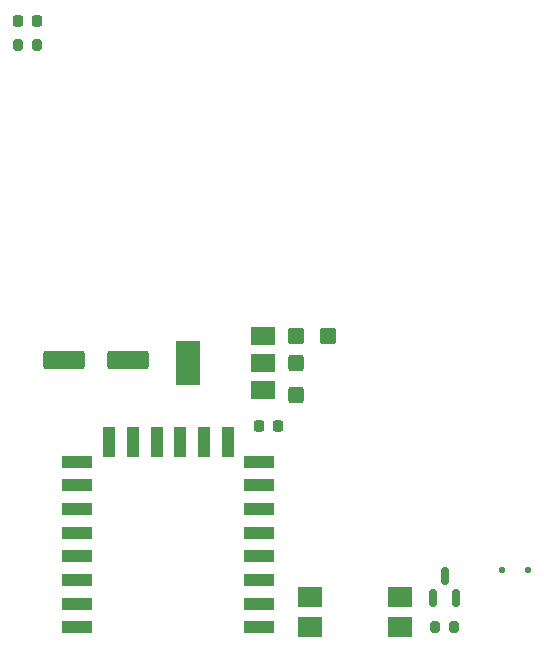
<source format=gtp>
G04 #@! TF.GenerationSoftware,KiCad,Pcbnew,7.0.8*
G04 #@! TF.CreationDate,2024-05-09T14:58:02-03:00*
G04 #@! TF.ProjectId,lamp_module_x1,6c616d70-5f6d-46f6-9475-6c655f78312e,1.1*
G04 #@! TF.SameCoordinates,Original*
G04 #@! TF.FileFunction,Paste,Top*
G04 #@! TF.FilePolarity,Positive*
%FSLAX46Y46*%
G04 Gerber Fmt 4.6, Leading zero omitted, Abs format (unit mm)*
G04 Created by KiCad (PCBNEW 7.0.8) date 2024-05-09 14:58:02*
%MOMM*%
%LPD*%
G01*
G04 APERTURE LIST*
G04 Aperture macros list*
%AMRoundRect*
0 Rectangle with rounded corners*
0 $1 Rounding radius*
0 $2 $3 $4 $5 $6 $7 $8 $9 X,Y pos of 4 corners*
0 Add a 4 corners polygon primitive as box body*
4,1,4,$2,$3,$4,$5,$6,$7,$8,$9,$2,$3,0*
0 Add four circle primitives for the rounded corners*
1,1,$1+$1,$2,$3*
1,1,$1+$1,$4,$5*
1,1,$1+$1,$6,$7*
1,1,$1+$1,$8,$9*
0 Add four rect primitives between the rounded corners*
20,1,$1+$1,$2,$3,$4,$5,0*
20,1,$1+$1,$4,$5,$6,$7,0*
20,1,$1+$1,$6,$7,$8,$9,0*
20,1,$1+$1,$8,$9,$2,$3,0*%
G04 Aperture macros list end*
%ADD10RoundRect,0.225000X-0.225000X-0.250000X0.225000X-0.250000X0.225000X0.250000X-0.225000X0.250000X0*%
%ADD11RoundRect,0.150000X0.150000X-0.587500X0.150000X0.587500X-0.150000X0.587500X-0.150000X-0.587500X0*%
%ADD12RoundRect,0.125000X0.125000X0.125000X-0.125000X0.125000X-0.125000X-0.125000X0.125000X-0.125000X0*%
%ADD13RoundRect,0.218750X0.218750X0.256250X-0.218750X0.256250X-0.218750X-0.256250X0.218750X-0.256250X0*%
%ADD14R,2.000000X1.500000*%
%ADD15R,2.000000X3.800000*%
%ADD16RoundRect,0.200000X-0.200000X-0.275000X0.200000X-0.275000X0.200000X0.275000X-0.200000X0.275000X0*%
%ADD17RoundRect,0.250000X-0.425000X0.450000X-0.425000X-0.450000X0.425000X-0.450000X0.425000X0.450000X0*%
%ADD18R,2.500000X1.100000*%
%ADD19R,1.100000X2.500000*%
%ADD20R,2.000000X1.780000*%
%ADD21RoundRect,0.250000X-0.450000X-0.425000X0.450000X-0.425000X0.450000X0.425000X-0.450000X0.425000X0*%
%ADD22RoundRect,0.250000X-1.500000X-0.550000X1.500000X-0.550000X1.500000X0.550000X-1.500000X0.550000X0*%
G04 APERTURE END LIST*
D10*
X152224000Y-94742000D03*
X153774000Y-94742000D03*
D11*
X166968000Y-109304800D03*
X168868000Y-109304800D03*
X167918000Y-107429800D03*
D12*
X174995500Y-106889300D03*
X172795500Y-106889300D03*
D13*
X133379500Y-60407300D03*
X131804500Y-60407300D03*
D14*
X152502000Y-91663300D03*
X152502000Y-89363300D03*
D15*
X146202000Y-89363300D03*
D14*
X152502000Y-87063300D03*
D16*
X167093000Y-111715300D03*
X168743000Y-111715300D03*
D17*
X155368000Y-89363300D03*
X155368000Y-92063300D03*
D18*
X152224000Y-111738800D03*
X152224000Y-109738800D03*
X152224000Y-107738800D03*
X152224000Y-105738800D03*
X152224000Y-103738800D03*
X152224000Y-101738800D03*
X152224000Y-99738800D03*
X152224000Y-97738800D03*
X136824000Y-97738800D03*
X136824000Y-99738800D03*
X136824000Y-101738800D03*
X136824000Y-103738800D03*
X136824000Y-105738800D03*
X136824000Y-107738800D03*
X136824000Y-109738800D03*
X136824000Y-111738800D03*
D19*
X149534000Y-96038800D03*
X147534000Y-96038800D03*
X145534000Y-96038800D03*
X143534000Y-96038800D03*
X141534000Y-96038800D03*
X139534000Y-96038800D03*
D20*
X156488000Y-109175300D03*
X156488000Y-111715300D03*
X164108000Y-111715300D03*
X164108000Y-109175300D03*
D21*
X155368000Y-87063301D03*
X158068000Y-87063301D03*
D22*
X135730000Y-89109300D03*
X141130000Y-89109300D03*
D16*
X131787000Y-62439300D03*
X133437000Y-62439300D03*
M02*

</source>
